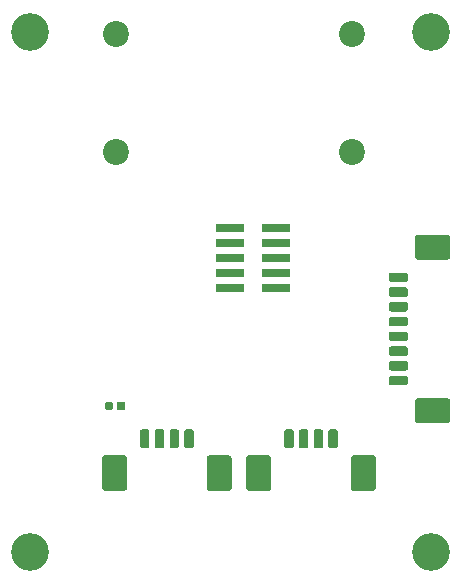
<source format=gbs>
G04 #@! TF.GenerationSoftware,KiCad,Pcbnew,(5.1.5)-3*
G04 #@! TF.CreationDate,2021-09-26T22:58:59-04:00*
G04 #@! TF.ProjectId,EPC611 LIDAR,45504336-3131-4204-9c49-4441522e6b69,rev?*
G04 #@! TF.SameCoordinates,Original*
G04 #@! TF.FileFunction,Soldermask,Bot*
G04 #@! TF.FilePolarity,Negative*
%FSLAX46Y46*%
G04 Gerber Fmt 4.6, Leading zero omitted, Abs format (unit mm)*
G04 Created by KiCad (PCBNEW (5.1.5)-3) date 2021-09-26 22:58:59*
%MOMM*%
%LPD*%
G04 APERTURE LIST*
%ADD10O,0.780000X0.780000*%
%ADD11R,0.780000X0.780000*%
%ADD12C,0.100000*%
%ADD13R,2.400000X0.740000*%
%ADD14C,3.200000*%
%ADD15C,2.200000*%
G04 APERTURE END LIST*
D10*
X89700000Y-106600000D03*
D11*
X90700000Y-106600000D03*
D12*
G36*
X118374504Y-105976204D02*
G01*
X118398773Y-105979804D01*
X118422571Y-105985765D01*
X118445671Y-105994030D01*
X118467849Y-106004520D01*
X118488893Y-106017133D01*
X118508598Y-106031747D01*
X118526777Y-106048223D01*
X118543253Y-106066402D01*
X118557867Y-106086107D01*
X118570480Y-106107151D01*
X118580970Y-106129329D01*
X118589235Y-106152429D01*
X118595196Y-106176227D01*
X118598796Y-106200496D01*
X118600000Y-106225000D01*
X118600000Y-107825000D01*
X118598796Y-107849504D01*
X118595196Y-107873773D01*
X118589235Y-107897571D01*
X118580970Y-107920671D01*
X118570480Y-107942849D01*
X118557867Y-107963893D01*
X118543253Y-107983598D01*
X118526777Y-108001777D01*
X118508598Y-108018253D01*
X118488893Y-108032867D01*
X118467849Y-108045480D01*
X118445671Y-108055970D01*
X118422571Y-108064235D01*
X118398773Y-108070196D01*
X118374504Y-108073796D01*
X118350000Y-108075000D01*
X115850000Y-108075000D01*
X115825496Y-108073796D01*
X115801227Y-108070196D01*
X115777429Y-108064235D01*
X115754329Y-108055970D01*
X115732151Y-108045480D01*
X115711107Y-108032867D01*
X115691402Y-108018253D01*
X115673223Y-108001777D01*
X115656747Y-107983598D01*
X115642133Y-107963893D01*
X115629520Y-107942849D01*
X115619030Y-107920671D01*
X115610765Y-107897571D01*
X115604804Y-107873773D01*
X115601204Y-107849504D01*
X115600000Y-107825000D01*
X115600000Y-106225000D01*
X115601204Y-106200496D01*
X115604804Y-106176227D01*
X115610765Y-106152429D01*
X115619030Y-106129329D01*
X115629520Y-106107151D01*
X115642133Y-106086107D01*
X115656747Y-106066402D01*
X115673223Y-106048223D01*
X115691402Y-106031747D01*
X115711107Y-106017133D01*
X115732151Y-106004520D01*
X115754329Y-105994030D01*
X115777429Y-105985765D01*
X115801227Y-105979804D01*
X115825496Y-105976204D01*
X115850000Y-105975000D01*
X118350000Y-105975000D01*
X118374504Y-105976204D01*
G37*
G36*
X118374504Y-92126204D02*
G01*
X118398773Y-92129804D01*
X118422571Y-92135765D01*
X118445671Y-92144030D01*
X118467849Y-92154520D01*
X118488893Y-92167133D01*
X118508598Y-92181747D01*
X118526777Y-92198223D01*
X118543253Y-92216402D01*
X118557867Y-92236107D01*
X118570480Y-92257151D01*
X118580970Y-92279329D01*
X118589235Y-92302429D01*
X118595196Y-92326227D01*
X118598796Y-92350496D01*
X118600000Y-92375000D01*
X118600000Y-93975000D01*
X118598796Y-93999504D01*
X118595196Y-94023773D01*
X118589235Y-94047571D01*
X118580970Y-94070671D01*
X118570480Y-94092849D01*
X118557867Y-94113893D01*
X118543253Y-94133598D01*
X118526777Y-94151777D01*
X118508598Y-94168253D01*
X118488893Y-94182867D01*
X118467849Y-94195480D01*
X118445671Y-94205970D01*
X118422571Y-94214235D01*
X118398773Y-94220196D01*
X118374504Y-94223796D01*
X118350000Y-94225000D01*
X115850000Y-94225000D01*
X115825496Y-94223796D01*
X115801227Y-94220196D01*
X115777429Y-94214235D01*
X115754329Y-94205970D01*
X115732151Y-94195480D01*
X115711107Y-94182867D01*
X115691402Y-94168253D01*
X115673223Y-94151777D01*
X115656747Y-94133598D01*
X115642133Y-94113893D01*
X115629520Y-94092849D01*
X115619030Y-94070671D01*
X115610765Y-94047571D01*
X115604804Y-94023773D01*
X115601204Y-93999504D01*
X115600000Y-93975000D01*
X115600000Y-92375000D01*
X115601204Y-92350496D01*
X115604804Y-92326227D01*
X115610765Y-92302429D01*
X115619030Y-92279329D01*
X115629520Y-92257151D01*
X115642133Y-92236107D01*
X115656747Y-92216402D01*
X115673223Y-92198223D01*
X115691402Y-92181747D01*
X115711107Y-92167133D01*
X115732151Y-92154520D01*
X115754329Y-92144030D01*
X115777429Y-92135765D01*
X115801227Y-92129804D01*
X115825496Y-92126204D01*
X115850000Y-92125000D01*
X118350000Y-92125000D01*
X118374504Y-92126204D01*
G37*
G36*
X114819603Y-104075963D02*
G01*
X114839018Y-104078843D01*
X114858057Y-104083612D01*
X114876537Y-104090224D01*
X114894279Y-104098616D01*
X114911114Y-104108706D01*
X114926879Y-104120398D01*
X114941421Y-104133579D01*
X114954602Y-104148121D01*
X114966294Y-104163886D01*
X114976384Y-104180721D01*
X114984776Y-104198463D01*
X114991388Y-104216943D01*
X114996157Y-104235982D01*
X114999037Y-104255397D01*
X115000000Y-104275000D01*
X115000000Y-104675000D01*
X114999037Y-104694603D01*
X114996157Y-104714018D01*
X114991388Y-104733057D01*
X114984776Y-104751537D01*
X114976384Y-104769279D01*
X114966294Y-104786114D01*
X114954602Y-104801879D01*
X114941421Y-104816421D01*
X114926879Y-104829602D01*
X114911114Y-104841294D01*
X114894279Y-104851384D01*
X114876537Y-104859776D01*
X114858057Y-104866388D01*
X114839018Y-104871157D01*
X114819603Y-104874037D01*
X114800000Y-104875000D01*
X113600000Y-104875000D01*
X113580397Y-104874037D01*
X113560982Y-104871157D01*
X113541943Y-104866388D01*
X113523463Y-104859776D01*
X113505721Y-104851384D01*
X113488886Y-104841294D01*
X113473121Y-104829602D01*
X113458579Y-104816421D01*
X113445398Y-104801879D01*
X113433706Y-104786114D01*
X113423616Y-104769279D01*
X113415224Y-104751537D01*
X113408612Y-104733057D01*
X113403843Y-104714018D01*
X113400963Y-104694603D01*
X113400000Y-104675000D01*
X113400000Y-104275000D01*
X113400963Y-104255397D01*
X113403843Y-104235982D01*
X113408612Y-104216943D01*
X113415224Y-104198463D01*
X113423616Y-104180721D01*
X113433706Y-104163886D01*
X113445398Y-104148121D01*
X113458579Y-104133579D01*
X113473121Y-104120398D01*
X113488886Y-104108706D01*
X113505721Y-104098616D01*
X113523463Y-104090224D01*
X113541943Y-104083612D01*
X113560982Y-104078843D01*
X113580397Y-104075963D01*
X113600000Y-104075000D01*
X114800000Y-104075000D01*
X114819603Y-104075963D01*
G37*
G36*
X114819603Y-102825963D02*
G01*
X114839018Y-102828843D01*
X114858057Y-102833612D01*
X114876537Y-102840224D01*
X114894279Y-102848616D01*
X114911114Y-102858706D01*
X114926879Y-102870398D01*
X114941421Y-102883579D01*
X114954602Y-102898121D01*
X114966294Y-102913886D01*
X114976384Y-102930721D01*
X114984776Y-102948463D01*
X114991388Y-102966943D01*
X114996157Y-102985982D01*
X114999037Y-103005397D01*
X115000000Y-103025000D01*
X115000000Y-103425000D01*
X114999037Y-103444603D01*
X114996157Y-103464018D01*
X114991388Y-103483057D01*
X114984776Y-103501537D01*
X114976384Y-103519279D01*
X114966294Y-103536114D01*
X114954602Y-103551879D01*
X114941421Y-103566421D01*
X114926879Y-103579602D01*
X114911114Y-103591294D01*
X114894279Y-103601384D01*
X114876537Y-103609776D01*
X114858057Y-103616388D01*
X114839018Y-103621157D01*
X114819603Y-103624037D01*
X114800000Y-103625000D01*
X113600000Y-103625000D01*
X113580397Y-103624037D01*
X113560982Y-103621157D01*
X113541943Y-103616388D01*
X113523463Y-103609776D01*
X113505721Y-103601384D01*
X113488886Y-103591294D01*
X113473121Y-103579602D01*
X113458579Y-103566421D01*
X113445398Y-103551879D01*
X113433706Y-103536114D01*
X113423616Y-103519279D01*
X113415224Y-103501537D01*
X113408612Y-103483057D01*
X113403843Y-103464018D01*
X113400963Y-103444603D01*
X113400000Y-103425000D01*
X113400000Y-103025000D01*
X113400963Y-103005397D01*
X113403843Y-102985982D01*
X113408612Y-102966943D01*
X113415224Y-102948463D01*
X113423616Y-102930721D01*
X113433706Y-102913886D01*
X113445398Y-102898121D01*
X113458579Y-102883579D01*
X113473121Y-102870398D01*
X113488886Y-102858706D01*
X113505721Y-102848616D01*
X113523463Y-102840224D01*
X113541943Y-102833612D01*
X113560982Y-102828843D01*
X113580397Y-102825963D01*
X113600000Y-102825000D01*
X114800000Y-102825000D01*
X114819603Y-102825963D01*
G37*
G36*
X114819603Y-101575963D02*
G01*
X114839018Y-101578843D01*
X114858057Y-101583612D01*
X114876537Y-101590224D01*
X114894279Y-101598616D01*
X114911114Y-101608706D01*
X114926879Y-101620398D01*
X114941421Y-101633579D01*
X114954602Y-101648121D01*
X114966294Y-101663886D01*
X114976384Y-101680721D01*
X114984776Y-101698463D01*
X114991388Y-101716943D01*
X114996157Y-101735982D01*
X114999037Y-101755397D01*
X115000000Y-101775000D01*
X115000000Y-102175000D01*
X114999037Y-102194603D01*
X114996157Y-102214018D01*
X114991388Y-102233057D01*
X114984776Y-102251537D01*
X114976384Y-102269279D01*
X114966294Y-102286114D01*
X114954602Y-102301879D01*
X114941421Y-102316421D01*
X114926879Y-102329602D01*
X114911114Y-102341294D01*
X114894279Y-102351384D01*
X114876537Y-102359776D01*
X114858057Y-102366388D01*
X114839018Y-102371157D01*
X114819603Y-102374037D01*
X114800000Y-102375000D01*
X113600000Y-102375000D01*
X113580397Y-102374037D01*
X113560982Y-102371157D01*
X113541943Y-102366388D01*
X113523463Y-102359776D01*
X113505721Y-102351384D01*
X113488886Y-102341294D01*
X113473121Y-102329602D01*
X113458579Y-102316421D01*
X113445398Y-102301879D01*
X113433706Y-102286114D01*
X113423616Y-102269279D01*
X113415224Y-102251537D01*
X113408612Y-102233057D01*
X113403843Y-102214018D01*
X113400963Y-102194603D01*
X113400000Y-102175000D01*
X113400000Y-101775000D01*
X113400963Y-101755397D01*
X113403843Y-101735982D01*
X113408612Y-101716943D01*
X113415224Y-101698463D01*
X113423616Y-101680721D01*
X113433706Y-101663886D01*
X113445398Y-101648121D01*
X113458579Y-101633579D01*
X113473121Y-101620398D01*
X113488886Y-101608706D01*
X113505721Y-101598616D01*
X113523463Y-101590224D01*
X113541943Y-101583612D01*
X113560982Y-101578843D01*
X113580397Y-101575963D01*
X113600000Y-101575000D01*
X114800000Y-101575000D01*
X114819603Y-101575963D01*
G37*
G36*
X114819603Y-100325963D02*
G01*
X114839018Y-100328843D01*
X114858057Y-100333612D01*
X114876537Y-100340224D01*
X114894279Y-100348616D01*
X114911114Y-100358706D01*
X114926879Y-100370398D01*
X114941421Y-100383579D01*
X114954602Y-100398121D01*
X114966294Y-100413886D01*
X114976384Y-100430721D01*
X114984776Y-100448463D01*
X114991388Y-100466943D01*
X114996157Y-100485982D01*
X114999037Y-100505397D01*
X115000000Y-100525000D01*
X115000000Y-100925000D01*
X114999037Y-100944603D01*
X114996157Y-100964018D01*
X114991388Y-100983057D01*
X114984776Y-101001537D01*
X114976384Y-101019279D01*
X114966294Y-101036114D01*
X114954602Y-101051879D01*
X114941421Y-101066421D01*
X114926879Y-101079602D01*
X114911114Y-101091294D01*
X114894279Y-101101384D01*
X114876537Y-101109776D01*
X114858057Y-101116388D01*
X114839018Y-101121157D01*
X114819603Y-101124037D01*
X114800000Y-101125000D01*
X113600000Y-101125000D01*
X113580397Y-101124037D01*
X113560982Y-101121157D01*
X113541943Y-101116388D01*
X113523463Y-101109776D01*
X113505721Y-101101384D01*
X113488886Y-101091294D01*
X113473121Y-101079602D01*
X113458579Y-101066421D01*
X113445398Y-101051879D01*
X113433706Y-101036114D01*
X113423616Y-101019279D01*
X113415224Y-101001537D01*
X113408612Y-100983057D01*
X113403843Y-100964018D01*
X113400963Y-100944603D01*
X113400000Y-100925000D01*
X113400000Y-100525000D01*
X113400963Y-100505397D01*
X113403843Y-100485982D01*
X113408612Y-100466943D01*
X113415224Y-100448463D01*
X113423616Y-100430721D01*
X113433706Y-100413886D01*
X113445398Y-100398121D01*
X113458579Y-100383579D01*
X113473121Y-100370398D01*
X113488886Y-100358706D01*
X113505721Y-100348616D01*
X113523463Y-100340224D01*
X113541943Y-100333612D01*
X113560982Y-100328843D01*
X113580397Y-100325963D01*
X113600000Y-100325000D01*
X114800000Y-100325000D01*
X114819603Y-100325963D01*
G37*
G36*
X114819603Y-99075963D02*
G01*
X114839018Y-99078843D01*
X114858057Y-99083612D01*
X114876537Y-99090224D01*
X114894279Y-99098616D01*
X114911114Y-99108706D01*
X114926879Y-99120398D01*
X114941421Y-99133579D01*
X114954602Y-99148121D01*
X114966294Y-99163886D01*
X114976384Y-99180721D01*
X114984776Y-99198463D01*
X114991388Y-99216943D01*
X114996157Y-99235982D01*
X114999037Y-99255397D01*
X115000000Y-99275000D01*
X115000000Y-99675000D01*
X114999037Y-99694603D01*
X114996157Y-99714018D01*
X114991388Y-99733057D01*
X114984776Y-99751537D01*
X114976384Y-99769279D01*
X114966294Y-99786114D01*
X114954602Y-99801879D01*
X114941421Y-99816421D01*
X114926879Y-99829602D01*
X114911114Y-99841294D01*
X114894279Y-99851384D01*
X114876537Y-99859776D01*
X114858057Y-99866388D01*
X114839018Y-99871157D01*
X114819603Y-99874037D01*
X114800000Y-99875000D01*
X113600000Y-99875000D01*
X113580397Y-99874037D01*
X113560982Y-99871157D01*
X113541943Y-99866388D01*
X113523463Y-99859776D01*
X113505721Y-99851384D01*
X113488886Y-99841294D01*
X113473121Y-99829602D01*
X113458579Y-99816421D01*
X113445398Y-99801879D01*
X113433706Y-99786114D01*
X113423616Y-99769279D01*
X113415224Y-99751537D01*
X113408612Y-99733057D01*
X113403843Y-99714018D01*
X113400963Y-99694603D01*
X113400000Y-99675000D01*
X113400000Y-99275000D01*
X113400963Y-99255397D01*
X113403843Y-99235982D01*
X113408612Y-99216943D01*
X113415224Y-99198463D01*
X113423616Y-99180721D01*
X113433706Y-99163886D01*
X113445398Y-99148121D01*
X113458579Y-99133579D01*
X113473121Y-99120398D01*
X113488886Y-99108706D01*
X113505721Y-99098616D01*
X113523463Y-99090224D01*
X113541943Y-99083612D01*
X113560982Y-99078843D01*
X113580397Y-99075963D01*
X113600000Y-99075000D01*
X114800000Y-99075000D01*
X114819603Y-99075963D01*
G37*
G36*
X114819603Y-97825963D02*
G01*
X114839018Y-97828843D01*
X114858057Y-97833612D01*
X114876537Y-97840224D01*
X114894279Y-97848616D01*
X114911114Y-97858706D01*
X114926879Y-97870398D01*
X114941421Y-97883579D01*
X114954602Y-97898121D01*
X114966294Y-97913886D01*
X114976384Y-97930721D01*
X114984776Y-97948463D01*
X114991388Y-97966943D01*
X114996157Y-97985982D01*
X114999037Y-98005397D01*
X115000000Y-98025000D01*
X115000000Y-98425000D01*
X114999037Y-98444603D01*
X114996157Y-98464018D01*
X114991388Y-98483057D01*
X114984776Y-98501537D01*
X114976384Y-98519279D01*
X114966294Y-98536114D01*
X114954602Y-98551879D01*
X114941421Y-98566421D01*
X114926879Y-98579602D01*
X114911114Y-98591294D01*
X114894279Y-98601384D01*
X114876537Y-98609776D01*
X114858057Y-98616388D01*
X114839018Y-98621157D01*
X114819603Y-98624037D01*
X114800000Y-98625000D01*
X113600000Y-98625000D01*
X113580397Y-98624037D01*
X113560982Y-98621157D01*
X113541943Y-98616388D01*
X113523463Y-98609776D01*
X113505721Y-98601384D01*
X113488886Y-98591294D01*
X113473121Y-98579602D01*
X113458579Y-98566421D01*
X113445398Y-98551879D01*
X113433706Y-98536114D01*
X113423616Y-98519279D01*
X113415224Y-98501537D01*
X113408612Y-98483057D01*
X113403843Y-98464018D01*
X113400963Y-98444603D01*
X113400000Y-98425000D01*
X113400000Y-98025000D01*
X113400963Y-98005397D01*
X113403843Y-97985982D01*
X113408612Y-97966943D01*
X113415224Y-97948463D01*
X113423616Y-97930721D01*
X113433706Y-97913886D01*
X113445398Y-97898121D01*
X113458579Y-97883579D01*
X113473121Y-97870398D01*
X113488886Y-97858706D01*
X113505721Y-97848616D01*
X113523463Y-97840224D01*
X113541943Y-97833612D01*
X113560982Y-97828843D01*
X113580397Y-97825963D01*
X113600000Y-97825000D01*
X114800000Y-97825000D01*
X114819603Y-97825963D01*
G37*
G36*
X114819603Y-96575963D02*
G01*
X114839018Y-96578843D01*
X114858057Y-96583612D01*
X114876537Y-96590224D01*
X114894279Y-96598616D01*
X114911114Y-96608706D01*
X114926879Y-96620398D01*
X114941421Y-96633579D01*
X114954602Y-96648121D01*
X114966294Y-96663886D01*
X114976384Y-96680721D01*
X114984776Y-96698463D01*
X114991388Y-96716943D01*
X114996157Y-96735982D01*
X114999037Y-96755397D01*
X115000000Y-96775000D01*
X115000000Y-97175000D01*
X114999037Y-97194603D01*
X114996157Y-97214018D01*
X114991388Y-97233057D01*
X114984776Y-97251537D01*
X114976384Y-97269279D01*
X114966294Y-97286114D01*
X114954602Y-97301879D01*
X114941421Y-97316421D01*
X114926879Y-97329602D01*
X114911114Y-97341294D01*
X114894279Y-97351384D01*
X114876537Y-97359776D01*
X114858057Y-97366388D01*
X114839018Y-97371157D01*
X114819603Y-97374037D01*
X114800000Y-97375000D01*
X113600000Y-97375000D01*
X113580397Y-97374037D01*
X113560982Y-97371157D01*
X113541943Y-97366388D01*
X113523463Y-97359776D01*
X113505721Y-97351384D01*
X113488886Y-97341294D01*
X113473121Y-97329602D01*
X113458579Y-97316421D01*
X113445398Y-97301879D01*
X113433706Y-97286114D01*
X113423616Y-97269279D01*
X113415224Y-97251537D01*
X113408612Y-97233057D01*
X113403843Y-97214018D01*
X113400963Y-97194603D01*
X113400000Y-97175000D01*
X113400000Y-96775000D01*
X113400963Y-96755397D01*
X113403843Y-96735982D01*
X113408612Y-96716943D01*
X113415224Y-96698463D01*
X113423616Y-96680721D01*
X113433706Y-96663886D01*
X113445398Y-96648121D01*
X113458579Y-96633579D01*
X113473121Y-96620398D01*
X113488886Y-96608706D01*
X113505721Y-96598616D01*
X113523463Y-96590224D01*
X113541943Y-96583612D01*
X113560982Y-96578843D01*
X113580397Y-96575963D01*
X113600000Y-96575000D01*
X114800000Y-96575000D01*
X114819603Y-96575963D01*
G37*
G36*
X114819603Y-95325963D02*
G01*
X114839018Y-95328843D01*
X114858057Y-95333612D01*
X114876537Y-95340224D01*
X114894279Y-95348616D01*
X114911114Y-95358706D01*
X114926879Y-95370398D01*
X114941421Y-95383579D01*
X114954602Y-95398121D01*
X114966294Y-95413886D01*
X114976384Y-95430721D01*
X114984776Y-95448463D01*
X114991388Y-95466943D01*
X114996157Y-95485982D01*
X114999037Y-95505397D01*
X115000000Y-95525000D01*
X115000000Y-95925000D01*
X114999037Y-95944603D01*
X114996157Y-95964018D01*
X114991388Y-95983057D01*
X114984776Y-96001537D01*
X114976384Y-96019279D01*
X114966294Y-96036114D01*
X114954602Y-96051879D01*
X114941421Y-96066421D01*
X114926879Y-96079602D01*
X114911114Y-96091294D01*
X114894279Y-96101384D01*
X114876537Y-96109776D01*
X114858057Y-96116388D01*
X114839018Y-96121157D01*
X114819603Y-96124037D01*
X114800000Y-96125000D01*
X113600000Y-96125000D01*
X113580397Y-96124037D01*
X113560982Y-96121157D01*
X113541943Y-96116388D01*
X113523463Y-96109776D01*
X113505721Y-96101384D01*
X113488886Y-96091294D01*
X113473121Y-96079602D01*
X113458579Y-96066421D01*
X113445398Y-96051879D01*
X113433706Y-96036114D01*
X113423616Y-96019279D01*
X113415224Y-96001537D01*
X113408612Y-95983057D01*
X113403843Y-95964018D01*
X113400963Y-95944603D01*
X113400000Y-95925000D01*
X113400000Y-95525000D01*
X113400963Y-95505397D01*
X113403843Y-95485982D01*
X113408612Y-95466943D01*
X113415224Y-95448463D01*
X113423616Y-95430721D01*
X113433706Y-95413886D01*
X113445398Y-95398121D01*
X113458579Y-95383579D01*
X113473121Y-95370398D01*
X113488886Y-95358706D01*
X113505721Y-95348616D01*
X113523463Y-95340224D01*
X113541943Y-95333612D01*
X113560982Y-95328843D01*
X113580397Y-95325963D01*
X113600000Y-95325000D01*
X114800000Y-95325000D01*
X114819603Y-95325963D01*
G37*
G36*
X103199504Y-110801204D02*
G01*
X103223773Y-110804804D01*
X103247571Y-110810765D01*
X103270671Y-110819030D01*
X103292849Y-110829520D01*
X103313893Y-110842133D01*
X103333598Y-110856747D01*
X103351777Y-110873223D01*
X103368253Y-110891402D01*
X103382867Y-110911107D01*
X103395480Y-110932151D01*
X103405970Y-110954329D01*
X103414235Y-110977429D01*
X103420196Y-111001227D01*
X103423796Y-111025496D01*
X103425000Y-111050000D01*
X103425000Y-113550000D01*
X103423796Y-113574504D01*
X103420196Y-113598773D01*
X103414235Y-113622571D01*
X103405970Y-113645671D01*
X103395480Y-113667849D01*
X103382867Y-113688893D01*
X103368253Y-113708598D01*
X103351777Y-113726777D01*
X103333598Y-113743253D01*
X103313893Y-113757867D01*
X103292849Y-113770480D01*
X103270671Y-113780970D01*
X103247571Y-113789235D01*
X103223773Y-113795196D01*
X103199504Y-113798796D01*
X103175000Y-113800000D01*
X101575000Y-113800000D01*
X101550496Y-113798796D01*
X101526227Y-113795196D01*
X101502429Y-113789235D01*
X101479329Y-113780970D01*
X101457151Y-113770480D01*
X101436107Y-113757867D01*
X101416402Y-113743253D01*
X101398223Y-113726777D01*
X101381747Y-113708598D01*
X101367133Y-113688893D01*
X101354520Y-113667849D01*
X101344030Y-113645671D01*
X101335765Y-113622571D01*
X101329804Y-113598773D01*
X101326204Y-113574504D01*
X101325000Y-113550000D01*
X101325000Y-111050000D01*
X101326204Y-111025496D01*
X101329804Y-111001227D01*
X101335765Y-110977429D01*
X101344030Y-110954329D01*
X101354520Y-110932151D01*
X101367133Y-110911107D01*
X101381747Y-110891402D01*
X101398223Y-110873223D01*
X101416402Y-110856747D01*
X101436107Y-110842133D01*
X101457151Y-110829520D01*
X101479329Y-110819030D01*
X101502429Y-110810765D01*
X101526227Y-110804804D01*
X101550496Y-110801204D01*
X101575000Y-110800000D01*
X103175000Y-110800000D01*
X103199504Y-110801204D01*
G37*
G36*
X112049504Y-110801204D02*
G01*
X112073773Y-110804804D01*
X112097571Y-110810765D01*
X112120671Y-110819030D01*
X112142849Y-110829520D01*
X112163893Y-110842133D01*
X112183598Y-110856747D01*
X112201777Y-110873223D01*
X112218253Y-110891402D01*
X112232867Y-110911107D01*
X112245480Y-110932151D01*
X112255970Y-110954329D01*
X112264235Y-110977429D01*
X112270196Y-111001227D01*
X112273796Y-111025496D01*
X112275000Y-111050000D01*
X112275000Y-113550000D01*
X112273796Y-113574504D01*
X112270196Y-113598773D01*
X112264235Y-113622571D01*
X112255970Y-113645671D01*
X112245480Y-113667849D01*
X112232867Y-113688893D01*
X112218253Y-113708598D01*
X112201777Y-113726777D01*
X112183598Y-113743253D01*
X112163893Y-113757867D01*
X112142849Y-113770480D01*
X112120671Y-113780970D01*
X112097571Y-113789235D01*
X112073773Y-113795196D01*
X112049504Y-113798796D01*
X112025000Y-113800000D01*
X110425000Y-113800000D01*
X110400496Y-113798796D01*
X110376227Y-113795196D01*
X110352429Y-113789235D01*
X110329329Y-113780970D01*
X110307151Y-113770480D01*
X110286107Y-113757867D01*
X110266402Y-113743253D01*
X110248223Y-113726777D01*
X110231747Y-113708598D01*
X110217133Y-113688893D01*
X110204520Y-113667849D01*
X110194030Y-113645671D01*
X110185765Y-113622571D01*
X110179804Y-113598773D01*
X110176204Y-113574504D01*
X110175000Y-113550000D01*
X110175000Y-111050000D01*
X110176204Y-111025496D01*
X110179804Y-111001227D01*
X110185765Y-110977429D01*
X110194030Y-110954329D01*
X110204520Y-110932151D01*
X110217133Y-110911107D01*
X110231747Y-110891402D01*
X110248223Y-110873223D01*
X110266402Y-110856747D01*
X110286107Y-110842133D01*
X110307151Y-110829520D01*
X110329329Y-110819030D01*
X110352429Y-110810765D01*
X110376227Y-110804804D01*
X110400496Y-110801204D01*
X110425000Y-110800000D01*
X112025000Y-110800000D01*
X112049504Y-110801204D01*
G37*
G36*
X105144603Y-108600963D02*
G01*
X105164018Y-108603843D01*
X105183057Y-108608612D01*
X105201537Y-108615224D01*
X105219279Y-108623616D01*
X105236114Y-108633706D01*
X105251879Y-108645398D01*
X105266421Y-108658579D01*
X105279602Y-108673121D01*
X105291294Y-108688886D01*
X105301384Y-108705721D01*
X105309776Y-108723463D01*
X105316388Y-108741943D01*
X105321157Y-108760982D01*
X105324037Y-108780397D01*
X105325000Y-108800000D01*
X105325000Y-110000000D01*
X105324037Y-110019603D01*
X105321157Y-110039018D01*
X105316388Y-110058057D01*
X105309776Y-110076537D01*
X105301384Y-110094279D01*
X105291294Y-110111114D01*
X105279602Y-110126879D01*
X105266421Y-110141421D01*
X105251879Y-110154602D01*
X105236114Y-110166294D01*
X105219279Y-110176384D01*
X105201537Y-110184776D01*
X105183057Y-110191388D01*
X105164018Y-110196157D01*
X105144603Y-110199037D01*
X105125000Y-110200000D01*
X104725000Y-110200000D01*
X104705397Y-110199037D01*
X104685982Y-110196157D01*
X104666943Y-110191388D01*
X104648463Y-110184776D01*
X104630721Y-110176384D01*
X104613886Y-110166294D01*
X104598121Y-110154602D01*
X104583579Y-110141421D01*
X104570398Y-110126879D01*
X104558706Y-110111114D01*
X104548616Y-110094279D01*
X104540224Y-110076537D01*
X104533612Y-110058057D01*
X104528843Y-110039018D01*
X104525963Y-110019603D01*
X104525000Y-110000000D01*
X104525000Y-108800000D01*
X104525963Y-108780397D01*
X104528843Y-108760982D01*
X104533612Y-108741943D01*
X104540224Y-108723463D01*
X104548616Y-108705721D01*
X104558706Y-108688886D01*
X104570398Y-108673121D01*
X104583579Y-108658579D01*
X104598121Y-108645398D01*
X104613886Y-108633706D01*
X104630721Y-108623616D01*
X104648463Y-108615224D01*
X104666943Y-108608612D01*
X104685982Y-108603843D01*
X104705397Y-108600963D01*
X104725000Y-108600000D01*
X105125000Y-108600000D01*
X105144603Y-108600963D01*
G37*
G36*
X106394603Y-108600963D02*
G01*
X106414018Y-108603843D01*
X106433057Y-108608612D01*
X106451537Y-108615224D01*
X106469279Y-108623616D01*
X106486114Y-108633706D01*
X106501879Y-108645398D01*
X106516421Y-108658579D01*
X106529602Y-108673121D01*
X106541294Y-108688886D01*
X106551384Y-108705721D01*
X106559776Y-108723463D01*
X106566388Y-108741943D01*
X106571157Y-108760982D01*
X106574037Y-108780397D01*
X106575000Y-108800000D01*
X106575000Y-110000000D01*
X106574037Y-110019603D01*
X106571157Y-110039018D01*
X106566388Y-110058057D01*
X106559776Y-110076537D01*
X106551384Y-110094279D01*
X106541294Y-110111114D01*
X106529602Y-110126879D01*
X106516421Y-110141421D01*
X106501879Y-110154602D01*
X106486114Y-110166294D01*
X106469279Y-110176384D01*
X106451537Y-110184776D01*
X106433057Y-110191388D01*
X106414018Y-110196157D01*
X106394603Y-110199037D01*
X106375000Y-110200000D01*
X105975000Y-110200000D01*
X105955397Y-110199037D01*
X105935982Y-110196157D01*
X105916943Y-110191388D01*
X105898463Y-110184776D01*
X105880721Y-110176384D01*
X105863886Y-110166294D01*
X105848121Y-110154602D01*
X105833579Y-110141421D01*
X105820398Y-110126879D01*
X105808706Y-110111114D01*
X105798616Y-110094279D01*
X105790224Y-110076537D01*
X105783612Y-110058057D01*
X105778843Y-110039018D01*
X105775963Y-110019603D01*
X105775000Y-110000000D01*
X105775000Y-108800000D01*
X105775963Y-108780397D01*
X105778843Y-108760982D01*
X105783612Y-108741943D01*
X105790224Y-108723463D01*
X105798616Y-108705721D01*
X105808706Y-108688886D01*
X105820398Y-108673121D01*
X105833579Y-108658579D01*
X105848121Y-108645398D01*
X105863886Y-108633706D01*
X105880721Y-108623616D01*
X105898463Y-108615224D01*
X105916943Y-108608612D01*
X105935982Y-108603843D01*
X105955397Y-108600963D01*
X105975000Y-108600000D01*
X106375000Y-108600000D01*
X106394603Y-108600963D01*
G37*
G36*
X107644603Y-108600963D02*
G01*
X107664018Y-108603843D01*
X107683057Y-108608612D01*
X107701537Y-108615224D01*
X107719279Y-108623616D01*
X107736114Y-108633706D01*
X107751879Y-108645398D01*
X107766421Y-108658579D01*
X107779602Y-108673121D01*
X107791294Y-108688886D01*
X107801384Y-108705721D01*
X107809776Y-108723463D01*
X107816388Y-108741943D01*
X107821157Y-108760982D01*
X107824037Y-108780397D01*
X107825000Y-108800000D01*
X107825000Y-110000000D01*
X107824037Y-110019603D01*
X107821157Y-110039018D01*
X107816388Y-110058057D01*
X107809776Y-110076537D01*
X107801384Y-110094279D01*
X107791294Y-110111114D01*
X107779602Y-110126879D01*
X107766421Y-110141421D01*
X107751879Y-110154602D01*
X107736114Y-110166294D01*
X107719279Y-110176384D01*
X107701537Y-110184776D01*
X107683057Y-110191388D01*
X107664018Y-110196157D01*
X107644603Y-110199037D01*
X107625000Y-110200000D01*
X107225000Y-110200000D01*
X107205397Y-110199037D01*
X107185982Y-110196157D01*
X107166943Y-110191388D01*
X107148463Y-110184776D01*
X107130721Y-110176384D01*
X107113886Y-110166294D01*
X107098121Y-110154602D01*
X107083579Y-110141421D01*
X107070398Y-110126879D01*
X107058706Y-110111114D01*
X107048616Y-110094279D01*
X107040224Y-110076537D01*
X107033612Y-110058057D01*
X107028843Y-110039018D01*
X107025963Y-110019603D01*
X107025000Y-110000000D01*
X107025000Y-108800000D01*
X107025963Y-108780397D01*
X107028843Y-108760982D01*
X107033612Y-108741943D01*
X107040224Y-108723463D01*
X107048616Y-108705721D01*
X107058706Y-108688886D01*
X107070398Y-108673121D01*
X107083579Y-108658579D01*
X107098121Y-108645398D01*
X107113886Y-108633706D01*
X107130721Y-108623616D01*
X107148463Y-108615224D01*
X107166943Y-108608612D01*
X107185982Y-108603843D01*
X107205397Y-108600963D01*
X107225000Y-108600000D01*
X107625000Y-108600000D01*
X107644603Y-108600963D01*
G37*
G36*
X108894603Y-108600963D02*
G01*
X108914018Y-108603843D01*
X108933057Y-108608612D01*
X108951537Y-108615224D01*
X108969279Y-108623616D01*
X108986114Y-108633706D01*
X109001879Y-108645398D01*
X109016421Y-108658579D01*
X109029602Y-108673121D01*
X109041294Y-108688886D01*
X109051384Y-108705721D01*
X109059776Y-108723463D01*
X109066388Y-108741943D01*
X109071157Y-108760982D01*
X109074037Y-108780397D01*
X109075000Y-108800000D01*
X109075000Y-110000000D01*
X109074037Y-110019603D01*
X109071157Y-110039018D01*
X109066388Y-110058057D01*
X109059776Y-110076537D01*
X109051384Y-110094279D01*
X109041294Y-110111114D01*
X109029602Y-110126879D01*
X109016421Y-110141421D01*
X109001879Y-110154602D01*
X108986114Y-110166294D01*
X108969279Y-110176384D01*
X108951537Y-110184776D01*
X108933057Y-110191388D01*
X108914018Y-110196157D01*
X108894603Y-110199037D01*
X108875000Y-110200000D01*
X108475000Y-110200000D01*
X108455397Y-110199037D01*
X108435982Y-110196157D01*
X108416943Y-110191388D01*
X108398463Y-110184776D01*
X108380721Y-110176384D01*
X108363886Y-110166294D01*
X108348121Y-110154602D01*
X108333579Y-110141421D01*
X108320398Y-110126879D01*
X108308706Y-110111114D01*
X108298616Y-110094279D01*
X108290224Y-110076537D01*
X108283612Y-110058057D01*
X108278843Y-110039018D01*
X108275963Y-110019603D01*
X108275000Y-110000000D01*
X108275000Y-108800000D01*
X108275963Y-108780397D01*
X108278843Y-108760982D01*
X108283612Y-108741943D01*
X108290224Y-108723463D01*
X108298616Y-108705721D01*
X108308706Y-108688886D01*
X108320398Y-108673121D01*
X108333579Y-108658579D01*
X108348121Y-108645398D01*
X108363886Y-108633706D01*
X108380721Y-108623616D01*
X108398463Y-108615224D01*
X108416943Y-108608612D01*
X108435982Y-108603843D01*
X108455397Y-108600963D01*
X108475000Y-108600000D01*
X108875000Y-108600000D01*
X108894603Y-108600963D01*
G37*
D13*
X103850000Y-91560000D03*
X99950000Y-91560000D03*
X103850000Y-92830000D03*
X99950000Y-92830000D03*
X103850000Y-94100000D03*
X99950000Y-94100000D03*
X103850000Y-95370000D03*
X99950000Y-95370000D03*
X103850000Y-96640000D03*
X99950000Y-96640000D03*
D12*
G36*
X90999504Y-110801204D02*
G01*
X91023773Y-110804804D01*
X91047571Y-110810765D01*
X91070671Y-110819030D01*
X91092849Y-110829520D01*
X91113893Y-110842133D01*
X91133598Y-110856747D01*
X91151777Y-110873223D01*
X91168253Y-110891402D01*
X91182867Y-110911107D01*
X91195480Y-110932151D01*
X91205970Y-110954329D01*
X91214235Y-110977429D01*
X91220196Y-111001227D01*
X91223796Y-111025496D01*
X91225000Y-111050000D01*
X91225000Y-113550000D01*
X91223796Y-113574504D01*
X91220196Y-113598773D01*
X91214235Y-113622571D01*
X91205970Y-113645671D01*
X91195480Y-113667849D01*
X91182867Y-113688893D01*
X91168253Y-113708598D01*
X91151777Y-113726777D01*
X91133598Y-113743253D01*
X91113893Y-113757867D01*
X91092849Y-113770480D01*
X91070671Y-113780970D01*
X91047571Y-113789235D01*
X91023773Y-113795196D01*
X90999504Y-113798796D01*
X90975000Y-113800000D01*
X89375000Y-113800000D01*
X89350496Y-113798796D01*
X89326227Y-113795196D01*
X89302429Y-113789235D01*
X89279329Y-113780970D01*
X89257151Y-113770480D01*
X89236107Y-113757867D01*
X89216402Y-113743253D01*
X89198223Y-113726777D01*
X89181747Y-113708598D01*
X89167133Y-113688893D01*
X89154520Y-113667849D01*
X89144030Y-113645671D01*
X89135765Y-113622571D01*
X89129804Y-113598773D01*
X89126204Y-113574504D01*
X89125000Y-113550000D01*
X89125000Y-111050000D01*
X89126204Y-111025496D01*
X89129804Y-111001227D01*
X89135765Y-110977429D01*
X89144030Y-110954329D01*
X89154520Y-110932151D01*
X89167133Y-110911107D01*
X89181747Y-110891402D01*
X89198223Y-110873223D01*
X89216402Y-110856747D01*
X89236107Y-110842133D01*
X89257151Y-110829520D01*
X89279329Y-110819030D01*
X89302429Y-110810765D01*
X89326227Y-110804804D01*
X89350496Y-110801204D01*
X89375000Y-110800000D01*
X90975000Y-110800000D01*
X90999504Y-110801204D01*
G37*
G36*
X99849504Y-110801204D02*
G01*
X99873773Y-110804804D01*
X99897571Y-110810765D01*
X99920671Y-110819030D01*
X99942849Y-110829520D01*
X99963893Y-110842133D01*
X99983598Y-110856747D01*
X100001777Y-110873223D01*
X100018253Y-110891402D01*
X100032867Y-110911107D01*
X100045480Y-110932151D01*
X100055970Y-110954329D01*
X100064235Y-110977429D01*
X100070196Y-111001227D01*
X100073796Y-111025496D01*
X100075000Y-111050000D01*
X100075000Y-113550000D01*
X100073796Y-113574504D01*
X100070196Y-113598773D01*
X100064235Y-113622571D01*
X100055970Y-113645671D01*
X100045480Y-113667849D01*
X100032867Y-113688893D01*
X100018253Y-113708598D01*
X100001777Y-113726777D01*
X99983598Y-113743253D01*
X99963893Y-113757867D01*
X99942849Y-113770480D01*
X99920671Y-113780970D01*
X99897571Y-113789235D01*
X99873773Y-113795196D01*
X99849504Y-113798796D01*
X99825000Y-113800000D01*
X98225000Y-113800000D01*
X98200496Y-113798796D01*
X98176227Y-113795196D01*
X98152429Y-113789235D01*
X98129329Y-113780970D01*
X98107151Y-113770480D01*
X98086107Y-113757867D01*
X98066402Y-113743253D01*
X98048223Y-113726777D01*
X98031747Y-113708598D01*
X98017133Y-113688893D01*
X98004520Y-113667849D01*
X97994030Y-113645671D01*
X97985765Y-113622571D01*
X97979804Y-113598773D01*
X97976204Y-113574504D01*
X97975000Y-113550000D01*
X97975000Y-111050000D01*
X97976204Y-111025496D01*
X97979804Y-111001227D01*
X97985765Y-110977429D01*
X97994030Y-110954329D01*
X98004520Y-110932151D01*
X98017133Y-110911107D01*
X98031747Y-110891402D01*
X98048223Y-110873223D01*
X98066402Y-110856747D01*
X98086107Y-110842133D01*
X98107151Y-110829520D01*
X98129329Y-110819030D01*
X98152429Y-110810765D01*
X98176227Y-110804804D01*
X98200496Y-110801204D01*
X98225000Y-110800000D01*
X99825000Y-110800000D01*
X99849504Y-110801204D01*
G37*
G36*
X92944603Y-108600963D02*
G01*
X92964018Y-108603843D01*
X92983057Y-108608612D01*
X93001537Y-108615224D01*
X93019279Y-108623616D01*
X93036114Y-108633706D01*
X93051879Y-108645398D01*
X93066421Y-108658579D01*
X93079602Y-108673121D01*
X93091294Y-108688886D01*
X93101384Y-108705721D01*
X93109776Y-108723463D01*
X93116388Y-108741943D01*
X93121157Y-108760982D01*
X93124037Y-108780397D01*
X93125000Y-108800000D01*
X93125000Y-110000000D01*
X93124037Y-110019603D01*
X93121157Y-110039018D01*
X93116388Y-110058057D01*
X93109776Y-110076537D01*
X93101384Y-110094279D01*
X93091294Y-110111114D01*
X93079602Y-110126879D01*
X93066421Y-110141421D01*
X93051879Y-110154602D01*
X93036114Y-110166294D01*
X93019279Y-110176384D01*
X93001537Y-110184776D01*
X92983057Y-110191388D01*
X92964018Y-110196157D01*
X92944603Y-110199037D01*
X92925000Y-110200000D01*
X92525000Y-110200000D01*
X92505397Y-110199037D01*
X92485982Y-110196157D01*
X92466943Y-110191388D01*
X92448463Y-110184776D01*
X92430721Y-110176384D01*
X92413886Y-110166294D01*
X92398121Y-110154602D01*
X92383579Y-110141421D01*
X92370398Y-110126879D01*
X92358706Y-110111114D01*
X92348616Y-110094279D01*
X92340224Y-110076537D01*
X92333612Y-110058057D01*
X92328843Y-110039018D01*
X92325963Y-110019603D01*
X92325000Y-110000000D01*
X92325000Y-108800000D01*
X92325963Y-108780397D01*
X92328843Y-108760982D01*
X92333612Y-108741943D01*
X92340224Y-108723463D01*
X92348616Y-108705721D01*
X92358706Y-108688886D01*
X92370398Y-108673121D01*
X92383579Y-108658579D01*
X92398121Y-108645398D01*
X92413886Y-108633706D01*
X92430721Y-108623616D01*
X92448463Y-108615224D01*
X92466943Y-108608612D01*
X92485982Y-108603843D01*
X92505397Y-108600963D01*
X92525000Y-108600000D01*
X92925000Y-108600000D01*
X92944603Y-108600963D01*
G37*
G36*
X94194603Y-108600963D02*
G01*
X94214018Y-108603843D01*
X94233057Y-108608612D01*
X94251537Y-108615224D01*
X94269279Y-108623616D01*
X94286114Y-108633706D01*
X94301879Y-108645398D01*
X94316421Y-108658579D01*
X94329602Y-108673121D01*
X94341294Y-108688886D01*
X94351384Y-108705721D01*
X94359776Y-108723463D01*
X94366388Y-108741943D01*
X94371157Y-108760982D01*
X94374037Y-108780397D01*
X94375000Y-108800000D01*
X94375000Y-110000000D01*
X94374037Y-110019603D01*
X94371157Y-110039018D01*
X94366388Y-110058057D01*
X94359776Y-110076537D01*
X94351384Y-110094279D01*
X94341294Y-110111114D01*
X94329602Y-110126879D01*
X94316421Y-110141421D01*
X94301879Y-110154602D01*
X94286114Y-110166294D01*
X94269279Y-110176384D01*
X94251537Y-110184776D01*
X94233057Y-110191388D01*
X94214018Y-110196157D01*
X94194603Y-110199037D01*
X94175000Y-110200000D01*
X93775000Y-110200000D01*
X93755397Y-110199037D01*
X93735982Y-110196157D01*
X93716943Y-110191388D01*
X93698463Y-110184776D01*
X93680721Y-110176384D01*
X93663886Y-110166294D01*
X93648121Y-110154602D01*
X93633579Y-110141421D01*
X93620398Y-110126879D01*
X93608706Y-110111114D01*
X93598616Y-110094279D01*
X93590224Y-110076537D01*
X93583612Y-110058057D01*
X93578843Y-110039018D01*
X93575963Y-110019603D01*
X93575000Y-110000000D01*
X93575000Y-108800000D01*
X93575963Y-108780397D01*
X93578843Y-108760982D01*
X93583612Y-108741943D01*
X93590224Y-108723463D01*
X93598616Y-108705721D01*
X93608706Y-108688886D01*
X93620398Y-108673121D01*
X93633579Y-108658579D01*
X93648121Y-108645398D01*
X93663886Y-108633706D01*
X93680721Y-108623616D01*
X93698463Y-108615224D01*
X93716943Y-108608612D01*
X93735982Y-108603843D01*
X93755397Y-108600963D01*
X93775000Y-108600000D01*
X94175000Y-108600000D01*
X94194603Y-108600963D01*
G37*
G36*
X95444603Y-108600963D02*
G01*
X95464018Y-108603843D01*
X95483057Y-108608612D01*
X95501537Y-108615224D01*
X95519279Y-108623616D01*
X95536114Y-108633706D01*
X95551879Y-108645398D01*
X95566421Y-108658579D01*
X95579602Y-108673121D01*
X95591294Y-108688886D01*
X95601384Y-108705721D01*
X95609776Y-108723463D01*
X95616388Y-108741943D01*
X95621157Y-108760982D01*
X95624037Y-108780397D01*
X95625000Y-108800000D01*
X95625000Y-110000000D01*
X95624037Y-110019603D01*
X95621157Y-110039018D01*
X95616388Y-110058057D01*
X95609776Y-110076537D01*
X95601384Y-110094279D01*
X95591294Y-110111114D01*
X95579602Y-110126879D01*
X95566421Y-110141421D01*
X95551879Y-110154602D01*
X95536114Y-110166294D01*
X95519279Y-110176384D01*
X95501537Y-110184776D01*
X95483057Y-110191388D01*
X95464018Y-110196157D01*
X95444603Y-110199037D01*
X95425000Y-110200000D01*
X95025000Y-110200000D01*
X95005397Y-110199037D01*
X94985982Y-110196157D01*
X94966943Y-110191388D01*
X94948463Y-110184776D01*
X94930721Y-110176384D01*
X94913886Y-110166294D01*
X94898121Y-110154602D01*
X94883579Y-110141421D01*
X94870398Y-110126879D01*
X94858706Y-110111114D01*
X94848616Y-110094279D01*
X94840224Y-110076537D01*
X94833612Y-110058057D01*
X94828843Y-110039018D01*
X94825963Y-110019603D01*
X94825000Y-110000000D01*
X94825000Y-108800000D01*
X94825963Y-108780397D01*
X94828843Y-108760982D01*
X94833612Y-108741943D01*
X94840224Y-108723463D01*
X94848616Y-108705721D01*
X94858706Y-108688886D01*
X94870398Y-108673121D01*
X94883579Y-108658579D01*
X94898121Y-108645398D01*
X94913886Y-108633706D01*
X94930721Y-108623616D01*
X94948463Y-108615224D01*
X94966943Y-108608612D01*
X94985982Y-108603843D01*
X95005397Y-108600963D01*
X95025000Y-108600000D01*
X95425000Y-108600000D01*
X95444603Y-108600963D01*
G37*
G36*
X96694603Y-108600963D02*
G01*
X96714018Y-108603843D01*
X96733057Y-108608612D01*
X96751537Y-108615224D01*
X96769279Y-108623616D01*
X96786114Y-108633706D01*
X96801879Y-108645398D01*
X96816421Y-108658579D01*
X96829602Y-108673121D01*
X96841294Y-108688886D01*
X96851384Y-108705721D01*
X96859776Y-108723463D01*
X96866388Y-108741943D01*
X96871157Y-108760982D01*
X96874037Y-108780397D01*
X96875000Y-108800000D01*
X96875000Y-110000000D01*
X96874037Y-110019603D01*
X96871157Y-110039018D01*
X96866388Y-110058057D01*
X96859776Y-110076537D01*
X96851384Y-110094279D01*
X96841294Y-110111114D01*
X96829602Y-110126879D01*
X96816421Y-110141421D01*
X96801879Y-110154602D01*
X96786114Y-110166294D01*
X96769279Y-110176384D01*
X96751537Y-110184776D01*
X96733057Y-110191388D01*
X96714018Y-110196157D01*
X96694603Y-110199037D01*
X96675000Y-110200000D01*
X96275000Y-110200000D01*
X96255397Y-110199037D01*
X96235982Y-110196157D01*
X96216943Y-110191388D01*
X96198463Y-110184776D01*
X96180721Y-110176384D01*
X96163886Y-110166294D01*
X96148121Y-110154602D01*
X96133579Y-110141421D01*
X96120398Y-110126879D01*
X96108706Y-110111114D01*
X96098616Y-110094279D01*
X96090224Y-110076537D01*
X96083612Y-110058057D01*
X96078843Y-110039018D01*
X96075963Y-110019603D01*
X96075000Y-110000000D01*
X96075000Y-108800000D01*
X96075963Y-108780397D01*
X96078843Y-108760982D01*
X96083612Y-108741943D01*
X96090224Y-108723463D01*
X96098616Y-108705721D01*
X96108706Y-108688886D01*
X96120398Y-108673121D01*
X96133579Y-108658579D01*
X96148121Y-108645398D01*
X96163886Y-108633706D01*
X96180721Y-108623616D01*
X96198463Y-108615224D01*
X96216943Y-108608612D01*
X96235982Y-108603843D01*
X96255397Y-108600963D01*
X96275000Y-108600000D01*
X96675000Y-108600000D01*
X96694603Y-108600963D01*
G37*
D14*
X117000000Y-75000000D03*
X83000000Y-75000000D03*
X83000000Y-119000000D03*
X117000000Y-119000000D03*
D15*
X110300000Y-85100000D03*
X110300000Y-75100000D03*
X90300000Y-85100000D03*
X90300000Y-75100000D03*
M02*

</source>
